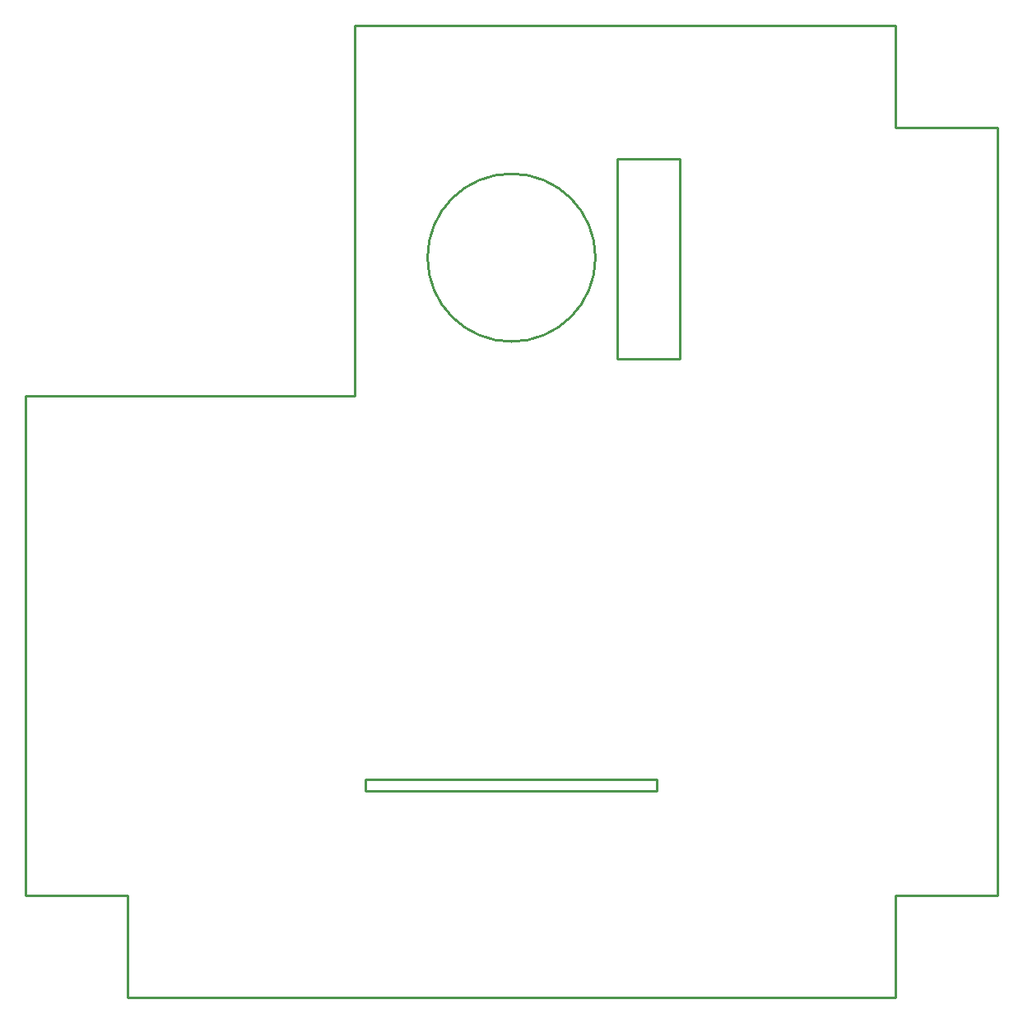
<source format=gbr>
%TF.GenerationSoftware,KiCad,Pcbnew,8.0.5-1.fc40*%
%TF.CreationDate,2024-10-23T10:10:35-04:00*%
%TF.ProjectId,payload_board,7061796c-6f61-4645-9f62-6f6172642e6b,rev?*%
%TF.SameCoordinates,Original*%
%TF.FileFunction,Profile,NP*%
%FSLAX46Y46*%
G04 Gerber Fmt 4.6, Leading zero omitted, Abs format (unit mm)*
G04 Created by KiCad (PCBNEW 8.0.5-1.fc40) date 2024-10-23 10:10:35*
%MOMM*%
%LPD*%
G01*
G04 APERTURE LIST*
%TA.AperFunction,Profile*%
%ADD10C,0.250000*%
%TD*%
G04 APERTURE END LIST*
D10*
X80255749Y-26718286D02*
X73844989Y-26718286D01*
X77948996Y-91764600D02*
X77948996Y-90504600D01*
X112988996Y-23474600D02*
X112988996Y-102474600D01*
X112988996Y-102474600D02*
X102488996Y-102474600D01*
X47948996Y-91764600D02*
X77948996Y-91764600D01*
X12988996Y-51085346D02*
X46806196Y-51085346D01*
X23488996Y-112974600D02*
X23488996Y-102474600D01*
X73844989Y-47292286D02*
X80255749Y-47292286D01*
X102485996Y-13000000D02*
X102488996Y-23474600D01*
X102488996Y-23474600D02*
X112988996Y-23474600D01*
X102488996Y-102474600D02*
X102488996Y-112974600D01*
X47948996Y-90504600D02*
X47948996Y-91764600D01*
X12988996Y-102474600D02*
X12988996Y-51085346D01*
X23488996Y-102474600D02*
X12988996Y-102474600D01*
X80255749Y-47292286D02*
X80255749Y-26718286D01*
X71612865Y-36868243D02*
G75*
G02*
X54340865Y-36868243I-8636000J0D01*
G01*
X54340865Y-36868243D02*
G75*
G02*
X71612865Y-36868243I8636000J0D01*
G01*
X73844989Y-26718286D02*
X73844989Y-47292286D01*
X77948996Y-90504600D02*
X47948996Y-90504600D01*
X46806196Y-13000000D02*
X102485996Y-13000000D01*
X102488996Y-112974600D02*
X23488996Y-112974600D01*
X46806196Y-51085346D02*
X46806196Y-13000000D01*
M02*

</source>
